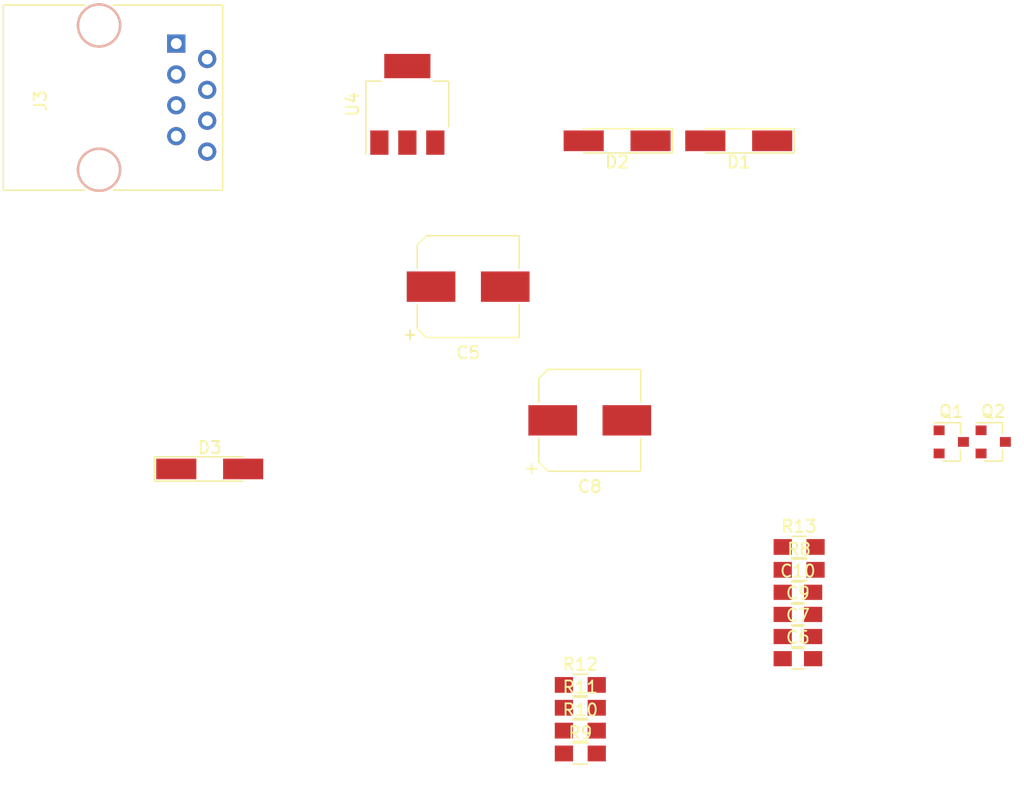
<source format=kicad_pcb>
(kicad_pcb (version 20171130) (host pcbnew "(5.0.0)")

  (general
    (thickness 1.6)
    (drawings 0)
    (tracks 0)
    (zones 0)
    (modules 19)
    (nets 12)
  )

  (page A4)
  (layers
    (0 F.Cu signal)
    (31 B.Cu signal)
    (32 B.Adhes user)
    (33 F.Adhes user)
    (34 B.Paste user)
    (35 F.Paste user)
    (36 B.SilkS user)
    (37 F.SilkS user)
    (38 B.Mask user)
    (39 F.Mask user)
    (40 Dwgs.User user)
    (41 Cmts.User user)
    (42 Eco1.User user)
    (43 Eco2.User user)
    (44 Edge.Cuts user)
    (45 Margin user)
    (46 B.CrtYd user)
    (47 F.CrtYd user)
    (48 B.Fab user)
    (49 F.Fab user)
  )

  (setup
    (last_trace_width 0.25)
    (trace_clearance 0.2)
    (zone_clearance 0.508)
    (zone_45_only no)
    (trace_min 0.2)
    (segment_width 0.2)
    (edge_width 0.15)
    (via_size 0.8)
    (via_drill 0.4)
    (via_min_size 0.4)
    (via_min_drill 0.3)
    (uvia_size 0.3)
    (uvia_drill 0.1)
    (uvias_allowed no)
    (uvia_min_size 0.2)
    (uvia_min_drill 0.1)
    (pcb_text_width 0.3)
    (pcb_text_size 1.5 1.5)
    (mod_edge_width 0.15)
    (mod_text_size 1 1)
    (mod_text_width 0.15)
    (pad_size 1.524 1.524)
    (pad_drill 0.762)
    (pad_to_mask_clearance 0.2)
    (aux_axis_origin 0 0)
    (visible_elements FFFFFF7F)
    (pcbplotparams
      (layerselection 0x010fc_ffffffff)
      (usegerberextensions false)
      (usegerberattributes false)
      (usegerberadvancedattributes false)
      (creategerberjobfile false)
      (excludeedgelayer true)
      (linewidth 0.100000)
      (plotframeref false)
      (viasonmask false)
      (mode 1)
      (useauxorigin false)
      (hpglpennumber 1)
      (hpglpenspeed 20)
      (hpglpendiameter 15.000000)
      (psnegative false)
      (psa4output false)
      (plotreference true)
      (plotvalue true)
      (plotinvisibletext false)
      (padsonsilk false)
      (subtractmaskfromsilk false)
      (outputformat 1)
      (mirror false)
      (drillshape 1)
      (scaleselection 1)
      (outputdirectory ""))
  )

  (net 0 "")
  (net 1 /12VDC)
  (net 2 /GND)
  (net 3 "/UART konverteris/5VDC")
  (net 4 "Net-(C10-Pad1)")
  (net 5 "Net-(D1-Pad1)")
  (net 6 "Net-(D1-Pad2)")
  (net 7 "Net-(D3-Pad2)")
  (net 8 "Net-(D3-Pad1)")
  (net 9 /DATA)
  (net 10 "Net-(Q1-Pad1)")
  (net 11 "Net-(Q2-Pad1)")

  (net_class Default "This is the default net class."
    (clearance 0.2)
    (trace_width 0.25)
    (via_dia 0.8)
    (via_drill 0.4)
    (uvia_dia 0.3)
    (uvia_drill 0.1)
    (add_net /12VDC)
    (add_net /DATA)
    (add_net /GND)
    (add_net "/UART konverteris/5VDC")
    (add_net "Net-(C10-Pad1)")
    (add_net "Net-(D1-Pad1)")
    (add_net "Net-(D1-Pad2)")
    (add_net "Net-(D3-Pad1)")
    (add_net "Net-(D3-Pad2)")
    (add_net "Net-(Q1-Pad1)")
    (add_net "Net-(Q2-Pad1)")
  )

  (module Capacitors_SMD:CP_Elec_8x10 (layer F.Cu) (tedit 58AA9153) (tstamp 5BF2C88F)
    (at 78 59)
    (descr "SMT capacitor, aluminium electrolytic, 8x10")
    (path /5BF96868/5BFFFB6B)
    (attr smd)
    (fp_text reference C8 (at 0 5.45) (layer F.SilkS)
      (effects (font (size 1 1) (thickness 0.15)))
    )
    (fp_text value 100,0x16V (at 0 -5.45) (layer F.Fab)
      (effects (font (size 1 1) (thickness 0.15)))
    )
    (fp_circle (center 0 0) (end -0.6 3.9) (layer F.Fab) (width 0.1))
    (fp_text user + (at -2.31 -0.08) (layer F.Fab)
      (effects (font (size 1 1) (thickness 0.15)))
    )
    (fp_text user + (at -4.78 3.9) (layer F.SilkS)
      (effects (font (size 1 1) (thickness 0.15)))
    )
    (fp_text user %R (at 0 5.45) (layer F.Fab)
      (effects (font (size 1 1) (thickness 0.15)))
    )
    (fp_line (start 4.04 4.04) (end 4.04 -4.04) (layer F.Fab) (width 0.1))
    (fp_line (start -3.37 4.04) (end 4.04 4.04) (layer F.Fab) (width 0.1))
    (fp_line (start -4.04 3.37) (end -3.37 4.04) (layer F.Fab) (width 0.1))
    (fp_line (start -4.04 -3.37) (end -4.04 3.37) (layer F.Fab) (width 0.1))
    (fp_line (start -3.37 -4.04) (end -4.04 -3.37) (layer F.Fab) (width 0.1))
    (fp_line (start 4.04 -4.04) (end -3.37 -4.04) (layer F.Fab) (width 0.1))
    (fp_line (start 4.19 4.19) (end 4.19 1.51) (layer F.SilkS) (width 0.12))
    (fp_line (start 4.19 -4.19) (end 4.19 -1.51) (layer F.SilkS) (width 0.12))
    (fp_line (start -4.19 -3.43) (end -4.19 -1.51) (layer F.SilkS) (width 0.12))
    (fp_line (start -4.19 3.43) (end -4.19 1.51) (layer F.SilkS) (width 0.12))
    (fp_line (start 4.19 4.19) (end -3.43 4.19) (layer F.SilkS) (width 0.12))
    (fp_line (start -3.43 4.19) (end -4.19 3.43) (layer F.SilkS) (width 0.12))
    (fp_line (start -4.19 -3.43) (end -3.43 -4.19) (layer F.SilkS) (width 0.12))
    (fp_line (start -3.43 -4.19) (end 4.19 -4.19) (layer F.SilkS) (width 0.12))
    (fp_line (start -5.3 -4.29) (end 5.3 -4.29) (layer F.CrtYd) (width 0.05))
    (fp_line (start -5.3 -4.29) (end -5.3 4.29) (layer F.CrtYd) (width 0.05))
    (fp_line (start 5.3 4.29) (end 5.3 -4.29) (layer F.CrtYd) (width 0.05))
    (fp_line (start 5.3 4.29) (end -5.3 4.29) (layer F.CrtYd) (width 0.05))
    (pad 1 smd rect (at -3.05 0 180) (size 4 2.5) (layers F.Cu F.Paste F.Mask)
      (net 3 "/UART konverteris/5VDC"))
    (pad 2 smd rect (at 3.05 0 180) (size 4 2.5) (layers F.Cu F.Paste F.Mask)
      (net 2 /GND))
    (model Capacitors_SMD.3dshapes/CP_Elec_8x10.wrl
      (at (xyz 0 0 0))
      (scale (xyz 1 1 1))
      (rotate (xyz 0 0 180))
    )
  )

  (module Capacitors_SMD:CP_Elec_8x10 (layer F.Cu) (tedit 58AA9153) (tstamp 5BF2C851)
    (at 68 48)
    (descr "SMT capacitor, aluminium electrolytic, 8x10")
    (path /5BF96868/5C08A5FF)
    (attr smd)
    (fp_text reference C5 (at 0 5.45) (layer F.SilkS)
      (effects (font (size 1 1) (thickness 0.15)))
    )
    (fp_text value 100,0x16V (at 0 -5.45) (layer F.Fab)
      (effects (font (size 1 1) (thickness 0.15)))
    )
    (fp_circle (center 0 0) (end -0.6 3.9) (layer F.Fab) (width 0.1))
    (fp_text user + (at -2.31 -0.08) (layer F.Fab)
      (effects (font (size 1 1) (thickness 0.15)))
    )
    (fp_text user + (at -4.78 3.9) (layer F.SilkS)
      (effects (font (size 1 1) (thickness 0.15)))
    )
    (fp_text user %R (at 0 5.45) (layer F.Fab)
      (effects (font (size 1 1) (thickness 0.15)))
    )
    (fp_line (start 4.04 4.04) (end 4.04 -4.04) (layer F.Fab) (width 0.1))
    (fp_line (start -3.37 4.04) (end 4.04 4.04) (layer F.Fab) (width 0.1))
    (fp_line (start -4.04 3.37) (end -3.37 4.04) (layer F.Fab) (width 0.1))
    (fp_line (start -4.04 -3.37) (end -4.04 3.37) (layer F.Fab) (width 0.1))
    (fp_line (start -3.37 -4.04) (end -4.04 -3.37) (layer F.Fab) (width 0.1))
    (fp_line (start 4.04 -4.04) (end -3.37 -4.04) (layer F.Fab) (width 0.1))
    (fp_line (start 4.19 4.19) (end 4.19 1.51) (layer F.SilkS) (width 0.12))
    (fp_line (start 4.19 -4.19) (end 4.19 -1.51) (layer F.SilkS) (width 0.12))
    (fp_line (start -4.19 -3.43) (end -4.19 -1.51) (layer F.SilkS) (width 0.12))
    (fp_line (start -4.19 3.43) (end -4.19 1.51) (layer F.SilkS) (width 0.12))
    (fp_line (start 4.19 4.19) (end -3.43 4.19) (layer F.SilkS) (width 0.12))
    (fp_line (start -3.43 4.19) (end -4.19 3.43) (layer F.SilkS) (width 0.12))
    (fp_line (start -4.19 -3.43) (end -3.43 -4.19) (layer F.SilkS) (width 0.12))
    (fp_line (start -3.43 -4.19) (end 4.19 -4.19) (layer F.SilkS) (width 0.12))
    (fp_line (start -5.3 -4.29) (end 5.3 -4.29) (layer F.CrtYd) (width 0.05))
    (fp_line (start -5.3 -4.29) (end -5.3 4.29) (layer F.CrtYd) (width 0.05))
    (fp_line (start 5.3 4.29) (end 5.3 -4.29) (layer F.CrtYd) (width 0.05))
    (fp_line (start 5.3 4.29) (end -5.3 4.29) (layer F.CrtYd) (width 0.05))
    (pad 1 smd rect (at -3.05 0 180) (size 4 2.5) (layers F.Cu F.Paste F.Mask)
      (net 1 /12VDC))
    (pad 2 smd rect (at 3.05 0 180) (size 4 2.5) (layers F.Cu F.Paste F.Mask)
      (net 2 /GND))
    (model Capacitors_SMD.3dshapes/CP_Elec_8x10.wrl
      (at (xyz 0 0 0))
      (scale (xyz 1 1 1))
      (rotate (xyz 0 0 180))
    )
  )

  (module TO_SOT_Packages_SMD:SOT-223-3_TabPin2 (layer F.Cu) (tedit 58CE4E7E) (tstamp 5BF2C9A2)
    (at 63 33 90)
    (descr "module CMS SOT223 4 pins")
    (tags "CMS SOT")
    (path /5BF96868/5BFA46FD)
    (attr smd)
    (fp_text reference U4 (at 0 -4.5 90) (layer F.SilkS)
      (effects (font (size 1 1) (thickness 0.15)))
    )
    (fp_text value LM340-5.0-SMD (at 0 4.5 90) (layer F.Fab)
      (effects (font (size 1 1) (thickness 0.15)))
    )
    (fp_text user %R (at 0 0 180) (layer F.Fab)
      (effects (font (size 0.8 0.8) (thickness 0.12)))
    )
    (fp_line (start 1.91 3.41) (end 1.91 2.15) (layer F.SilkS) (width 0.12))
    (fp_line (start 1.91 -3.41) (end 1.91 -2.15) (layer F.SilkS) (width 0.12))
    (fp_line (start 4.4 -3.6) (end -4.4 -3.6) (layer F.CrtYd) (width 0.05))
    (fp_line (start 4.4 3.6) (end 4.4 -3.6) (layer F.CrtYd) (width 0.05))
    (fp_line (start -4.4 3.6) (end 4.4 3.6) (layer F.CrtYd) (width 0.05))
    (fp_line (start -4.4 -3.6) (end -4.4 3.6) (layer F.CrtYd) (width 0.05))
    (fp_line (start -1.85 -2.35) (end -0.85 -3.35) (layer F.Fab) (width 0.1))
    (fp_line (start -1.85 -2.35) (end -1.85 3.35) (layer F.Fab) (width 0.1))
    (fp_line (start -1.85 3.41) (end 1.91 3.41) (layer F.SilkS) (width 0.12))
    (fp_line (start -0.85 -3.35) (end 1.85 -3.35) (layer F.Fab) (width 0.1))
    (fp_line (start -4.1 -3.41) (end 1.91 -3.41) (layer F.SilkS) (width 0.12))
    (fp_line (start -1.85 3.35) (end 1.85 3.35) (layer F.Fab) (width 0.1))
    (fp_line (start 1.85 -3.35) (end 1.85 3.35) (layer F.Fab) (width 0.1))
    (pad 2 smd rect (at 3.15 0 90) (size 2 3.8) (layers F.Cu F.Paste F.Mask)
      (net 2 /GND))
    (pad 2 smd rect (at -3.15 0 90) (size 2 1.5) (layers F.Cu F.Paste F.Mask)
      (net 2 /GND))
    (pad 3 smd rect (at -3.15 2.3 90) (size 2 1.5) (layers F.Cu F.Paste F.Mask)
      (net 3 "/UART konverteris/5VDC"))
    (pad 1 smd rect (at -3.15 -2.3 90) (size 2 1.5) (layers F.Cu F.Paste F.Mask)
      (net 1 /12VDC))
    (model ${KISYS3DMOD}/TO_SOT_Packages_SMD.3dshapes/SOT-223.wrl
      (at (xyz 0 0 0))
      (scale (xyz 1 1 1))
      (rotate (xyz 0 0 0))
    )
  )

  (module Capacitors_SMD:C_0805_HandSoldering (layer F.Cu) (tedit 58AA84A8) (tstamp 5BF2C862)
    (at 95.115001 78.610001)
    (descr "Capacitor SMD 0805, hand soldering")
    (tags "capacitor 0805")
    (path /5BF96868/5BFB3F4E)
    (attr smd)
    (fp_text reference C6 (at 0 -1.75) (layer F.SilkS)
      (effects (font (size 1 1) (thickness 0.15)))
    )
    (fp_text value 100nF (at 0 1.75) (layer F.Fab)
      (effects (font (size 1 1) (thickness 0.15)))
    )
    (fp_text user %R (at 0 -1.75) (layer F.Fab)
      (effects (font (size 1 1) (thickness 0.15)))
    )
    (fp_line (start -1 0.62) (end -1 -0.62) (layer F.Fab) (width 0.1))
    (fp_line (start 1 0.62) (end -1 0.62) (layer F.Fab) (width 0.1))
    (fp_line (start 1 -0.62) (end 1 0.62) (layer F.Fab) (width 0.1))
    (fp_line (start -1 -0.62) (end 1 -0.62) (layer F.Fab) (width 0.1))
    (fp_line (start 0.5 -0.85) (end -0.5 -0.85) (layer F.SilkS) (width 0.12))
    (fp_line (start -0.5 0.85) (end 0.5 0.85) (layer F.SilkS) (width 0.12))
    (fp_line (start -2.25 -0.88) (end 2.25 -0.88) (layer F.CrtYd) (width 0.05))
    (fp_line (start -2.25 -0.88) (end -2.25 0.87) (layer F.CrtYd) (width 0.05))
    (fp_line (start 2.25 0.87) (end 2.25 -0.88) (layer F.CrtYd) (width 0.05))
    (fp_line (start 2.25 0.87) (end -2.25 0.87) (layer F.CrtYd) (width 0.05))
    (pad 1 smd rect (at -1.25 0) (size 1.5 1.25) (layers F.Cu F.Paste F.Mask)
      (net 1 /12VDC))
    (pad 2 smd rect (at 1.25 0) (size 1.5 1.25) (layers F.Cu F.Paste F.Mask)
      (net 2 /GND))
    (model Capacitors_SMD.3dshapes/C_0805.wrl
      (at (xyz 0 0 0))
      (scale (xyz 1 1 1))
      (rotate (xyz 0 0 0))
    )
  )

  (module Capacitors_SMD:C_0805_HandSoldering (layer F.Cu) (tedit 58AA84A8) (tstamp 5BF2C873)
    (at 95.115001 76.790001)
    (descr "Capacitor SMD 0805, hand soldering")
    (tags "capacitor 0805")
    (path /5BF96868/5BFB2560)
    (attr smd)
    (fp_text reference C7 (at 0 -1.75) (layer F.SilkS)
      (effects (font (size 1 1) (thickness 0.15)))
    )
    (fp_text value 100nF (at 0 1.75) (layer F.Fab)
      (effects (font (size 1 1) (thickness 0.15)))
    )
    (fp_line (start 2.25 0.87) (end -2.25 0.87) (layer F.CrtYd) (width 0.05))
    (fp_line (start 2.25 0.87) (end 2.25 -0.88) (layer F.CrtYd) (width 0.05))
    (fp_line (start -2.25 -0.88) (end -2.25 0.87) (layer F.CrtYd) (width 0.05))
    (fp_line (start -2.25 -0.88) (end 2.25 -0.88) (layer F.CrtYd) (width 0.05))
    (fp_line (start -0.5 0.85) (end 0.5 0.85) (layer F.SilkS) (width 0.12))
    (fp_line (start 0.5 -0.85) (end -0.5 -0.85) (layer F.SilkS) (width 0.12))
    (fp_line (start -1 -0.62) (end 1 -0.62) (layer F.Fab) (width 0.1))
    (fp_line (start 1 -0.62) (end 1 0.62) (layer F.Fab) (width 0.1))
    (fp_line (start 1 0.62) (end -1 0.62) (layer F.Fab) (width 0.1))
    (fp_line (start -1 0.62) (end -1 -0.62) (layer F.Fab) (width 0.1))
    (fp_text user %R (at 0 -1.75) (layer F.Fab)
      (effects (font (size 1 1) (thickness 0.15)))
    )
    (pad 2 smd rect (at 1.25 0) (size 1.5 1.25) (layers F.Cu F.Paste F.Mask)
      (net 2 /GND))
    (pad 1 smd rect (at -1.25 0) (size 1.5 1.25) (layers F.Cu F.Paste F.Mask)
      (net 3 "/UART konverteris/5VDC"))
    (model Capacitors_SMD.3dshapes/C_0805.wrl
      (at (xyz 0 0 0))
      (scale (xyz 1 1 1))
      (rotate (xyz 0 0 0))
    )
  )

  (module Capacitors_SMD:C_0805_HandSoldering (layer F.Cu) (tedit 58AA84A8) (tstamp 5BF2C8A0)
    (at 95.115001 74.970001)
    (descr "Capacitor SMD 0805, hand soldering")
    (tags "capacitor 0805")
    (path /5BF96868/5BF96A6B)
    (attr smd)
    (fp_text reference C9 (at 0 -1.75) (layer F.SilkS)
      (effects (font (size 1 1) (thickness 0.15)))
    )
    (fp_text value 100nF (at 0 1.75) (layer F.Fab)
      (effects (font (size 1 1) (thickness 0.15)))
    )
    (fp_line (start 2.25 0.87) (end -2.25 0.87) (layer F.CrtYd) (width 0.05))
    (fp_line (start 2.25 0.87) (end 2.25 -0.88) (layer F.CrtYd) (width 0.05))
    (fp_line (start -2.25 -0.88) (end -2.25 0.87) (layer F.CrtYd) (width 0.05))
    (fp_line (start -2.25 -0.88) (end 2.25 -0.88) (layer F.CrtYd) (width 0.05))
    (fp_line (start -0.5 0.85) (end 0.5 0.85) (layer F.SilkS) (width 0.12))
    (fp_line (start 0.5 -0.85) (end -0.5 -0.85) (layer F.SilkS) (width 0.12))
    (fp_line (start -1 -0.62) (end 1 -0.62) (layer F.Fab) (width 0.1))
    (fp_line (start 1 -0.62) (end 1 0.62) (layer F.Fab) (width 0.1))
    (fp_line (start 1 0.62) (end -1 0.62) (layer F.Fab) (width 0.1))
    (fp_line (start -1 0.62) (end -1 -0.62) (layer F.Fab) (width 0.1))
    (fp_text user %R (at 0 -1.75) (layer F.Fab)
      (effects (font (size 1 1) (thickness 0.15)))
    )
    (pad 2 smd rect (at 1.25 0) (size 1.5 1.25) (layers F.Cu F.Paste F.Mask)
      (net 2 /GND))
    (pad 1 smd rect (at -1.25 0) (size 1.5 1.25) (layers F.Cu F.Paste F.Mask)
      (net 1 /12VDC))
    (model Capacitors_SMD.3dshapes/C_0805.wrl
      (at (xyz 0 0 0))
      (scale (xyz 1 1 1))
      (rotate (xyz 0 0 0))
    )
  )

  (module Capacitors_SMD:C_0805_HandSoldering (layer F.Cu) (tedit 58AA84A8) (tstamp 5BF2C8B1)
    (at 95.115001 73.150001)
    (descr "Capacitor SMD 0805, hand soldering")
    (tags "capacitor 0805")
    (path /5BF96868/5BF96A64)
    (attr smd)
    (fp_text reference C10 (at 0 -1.75) (layer F.SilkS)
      (effects (font (size 1 1) (thickness 0.15)))
    )
    (fp_text value 1nF (at 0 1.75) (layer F.Fab)
      (effects (font (size 1 1) (thickness 0.15)))
    )
    (fp_text user %R (at 0 -1.75) (layer F.Fab)
      (effects (font (size 1 1) (thickness 0.15)))
    )
    (fp_line (start -1 0.62) (end -1 -0.62) (layer F.Fab) (width 0.1))
    (fp_line (start 1 0.62) (end -1 0.62) (layer F.Fab) (width 0.1))
    (fp_line (start 1 -0.62) (end 1 0.62) (layer F.Fab) (width 0.1))
    (fp_line (start -1 -0.62) (end 1 -0.62) (layer F.Fab) (width 0.1))
    (fp_line (start 0.5 -0.85) (end -0.5 -0.85) (layer F.SilkS) (width 0.12))
    (fp_line (start -0.5 0.85) (end 0.5 0.85) (layer F.SilkS) (width 0.12))
    (fp_line (start -2.25 -0.88) (end 2.25 -0.88) (layer F.CrtYd) (width 0.05))
    (fp_line (start -2.25 -0.88) (end -2.25 0.87) (layer F.CrtYd) (width 0.05))
    (fp_line (start 2.25 0.87) (end 2.25 -0.88) (layer F.CrtYd) (width 0.05))
    (fp_line (start 2.25 0.87) (end -2.25 0.87) (layer F.CrtYd) (width 0.05))
    (pad 1 smd rect (at -1.25 0) (size 1.5 1.25) (layers F.Cu F.Paste F.Mask)
      (net 4 "Net-(C10-Pad1)"))
    (pad 2 smd rect (at 1.25 0) (size 1.5 1.25) (layers F.Cu F.Paste F.Mask)
      (net 2 /GND))
    (model Capacitors_SMD.3dshapes/C_0805.wrl
      (at (xyz 0 0 0))
      (scale (xyz 1 1 1))
      (rotate (xyz 0 0 0))
    )
  )

  (module Diodes_SMD:D_MiniMELF_Handsoldering (layer F.Cu) (tedit 5905D919) (tstamp 5BF2C8CA)
    (at 90.25 36 180)
    (descr "Diode Mini-MELF Handsoldering")
    (tags "Diode Mini-MELF Handsoldering")
    (path /5BF96868/5C0049AE)
    (attr smd)
    (fp_text reference D1 (at 0 -1.75 180) (layer F.SilkS)
      (effects (font (size 1 1) (thickness 0.15)))
    )
    (fp_text value BAS85 (at 0 1.75 180) (layer F.Fab)
      (effects (font (size 1 1) (thickness 0.15)))
    )
    (fp_text user %R (at 0 -1.75 180) (layer F.Fab)
      (effects (font (size 1 1) (thickness 0.15)))
    )
    (fp_line (start 2.75 -1) (end -4.55 -1) (layer F.SilkS) (width 0.12))
    (fp_line (start -4.55 -1) (end -4.55 1) (layer F.SilkS) (width 0.12))
    (fp_line (start -4.55 1) (end 2.75 1) (layer F.SilkS) (width 0.12))
    (fp_line (start 1.65 -0.8) (end 1.65 0.8) (layer F.Fab) (width 0.1))
    (fp_line (start 1.65 0.8) (end -1.65 0.8) (layer F.Fab) (width 0.1))
    (fp_line (start -1.65 0.8) (end -1.65 -0.8) (layer F.Fab) (width 0.1))
    (fp_line (start -1.65 -0.8) (end 1.65 -0.8) (layer F.Fab) (width 0.1))
    (fp_line (start 0.25 0) (end 0.75 0) (layer F.Fab) (width 0.1))
    (fp_line (start 0.25 0.4) (end -0.35 0) (layer F.Fab) (width 0.1))
    (fp_line (start 0.25 -0.4) (end 0.25 0.4) (layer F.Fab) (width 0.1))
    (fp_line (start -0.35 0) (end 0.25 -0.4) (layer F.Fab) (width 0.1))
    (fp_line (start -0.35 0) (end -0.35 0.55) (layer F.Fab) (width 0.1))
    (fp_line (start -0.35 0) (end -0.35 -0.55) (layer F.Fab) (width 0.1))
    (fp_line (start -0.75 0) (end -0.35 0) (layer F.Fab) (width 0.1))
    (fp_line (start -4.65 -1.1) (end 4.65 -1.1) (layer F.CrtYd) (width 0.05))
    (fp_line (start 4.65 -1.1) (end 4.65 1.1) (layer F.CrtYd) (width 0.05))
    (fp_line (start 4.65 1.1) (end -4.65 1.1) (layer F.CrtYd) (width 0.05))
    (fp_line (start -4.65 1.1) (end -4.65 -1.1) (layer F.CrtYd) (width 0.05))
    (pad 1 smd rect (at -2.75 0 180) (size 3.3 1.7) (layers F.Cu F.Paste F.Mask)
      (net 5 "Net-(D1-Pad1)"))
    (pad 2 smd rect (at 2.75 0 180) (size 3.3 1.7) (layers F.Cu F.Paste F.Mask)
      (net 6 "Net-(D1-Pad2)"))
    (model ${KISYS3DMOD}/Diodes_SMD.3dshapes/D_MiniMELF.wrl
      (at (xyz 0 0 0))
      (scale (xyz 1 1 1))
      (rotate (xyz 0 0 0))
    )
  )

  (module Diodes_SMD:D_MiniMELF_Handsoldering (layer F.Cu) (tedit 5905D919) (tstamp 5BF2C8E3)
    (at 80.25 36 180)
    (descr "Diode Mini-MELF Handsoldering")
    (tags "Diode Mini-MELF Handsoldering")
    (path /5BF96868/5C0049F8)
    (attr smd)
    (fp_text reference D2 (at 0 -1.75 180) (layer F.SilkS)
      (effects (font (size 1 1) (thickness 0.15)))
    )
    (fp_text value BAS85 (at 0 1.75 180) (layer F.Fab)
      (effects (font (size 1 1) (thickness 0.15)))
    )
    (fp_line (start -4.65 1.1) (end -4.65 -1.1) (layer F.CrtYd) (width 0.05))
    (fp_line (start 4.65 1.1) (end -4.65 1.1) (layer F.CrtYd) (width 0.05))
    (fp_line (start 4.65 -1.1) (end 4.65 1.1) (layer F.CrtYd) (width 0.05))
    (fp_line (start -4.65 -1.1) (end 4.65 -1.1) (layer F.CrtYd) (width 0.05))
    (fp_line (start -0.75 0) (end -0.35 0) (layer F.Fab) (width 0.1))
    (fp_line (start -0.35 0) (end -0.35 -0.55) (layer F.Fab) (width 0.1))
    (fp_line (start -0.35 0) (end -0.35 0.55) (layer F.Fab) (width 0.1))
    (fp_line (start -0.35 0) (end 0.25 -0.4) (layer F.Fab) (width 0.1))
    (fp_line (start 0.25 -0.4) (end 0.25 0.4) (layer F.Fab) (width 0.1))
    (fp_line (start 0.25 0.4) (end -0.35 0) (layer F.Fab) (width 0.1))
    (fp_line (start 0.25 0) (end 0.75 0) (layer F.Fab) (width 0.1))
    (fp_line (start -1.65 -0.8) (end 1.65 -0.8) (layer F.Fab) (width 0.1))
    (fp_line (start -1.65 0.8) (end -1.65 -0.8) (layer F.Fab) (width 0.1))
    (fp_line (start 1.65 0.8) (end -1.65 0.8) (layer F.Fab) (width 0.1))
    (fp_line (start 1.65 -0.8) (end 1.65 0.8) (layer F.Fab) (width 0.1))
    (fp_line (start -4.55 1) (end 2.75 1) (layer F.SilkS) (width 0.12))
    (fp_line (start -4.55 -1) (end -4.55 1) (layer F.SilkS) (width 0.12))
    (fp_line (start 2.75 -1) (end -4.55 -1) (layer F.SilkS) (width 0.12))
    (fp_text user %R (at 0 -1.75 180) (layer F.Fab)
      (effects (font (size 1 1) (thickness 0.15)))
    )
    (pad 2 smd rect (at 2.75 0 180) (size 3.3 1.7) (layers F.Cu F.Paste F.Mask)
      (net 3 "/UART konverteris/5VDC"))
    (pad 1 smd rect (at -2.75 0 180) (size 3.3 1.7) (layers F.Cu F.Paste F.Mask)
      (net 6 "Net-(D1-Pad2)"))
    (model ${KISYS3DMOD}/Diodes_SMD.3dshapes/D_MiniMELF.wrl
      (at (xyz 0 0 0))
      (scale (xyz 1 1 1))
      (rotate (xyz 0 0 0))
    )
  )

  (module Diodes_SMD:D_MiniMELF_Handsoldering (layer F.Cu) (tedit 5905D919) (tstamp 5BF2C8FC)
    (at 46.75 63)
    (descr "Diode Mini-MELF Handsoldering")
    (tags "Diode Mini-MELF Handsoldering")
    (path /5BF96868/5BF96A09)
    (attr smd)
    (fp_text reference D3 (at 0 -1.75) (layer F.SilkS)
      (effects (font (size 1 1) (thickness 0.15)))
    )
    (fp_text value BAS85 (at 0 1.75) (layer F.Fab)
      (effects (font (size 1 1) (thickness 0.15)))
    )
    (fp_line (start -4.65 1.1) (end -4.65 -1.1) (layer F.CrtYd) (width 0.05))
    (fp_line (start 4.65 1.1) (end -4.65 1.1) (layer F.CrtYd) (width 0.05))
    (fp_line (start 4.65 -1.1) (end 4.65 1.1) (layer F.CrtYd) (width 0.05))
    (fp_line (start -4.65 -1.1) (end 4.65 -1.1) (layer F.CrtYd) (width 0.05))
    (fp_line (start -0.75 0) (end -0.35 0) (layer F.Fab) (width 0.1))
    (fp_line (start -0.35 0) (end -0.35 -0.55) (layer F.Fab) (width 0.1))
    (fp_line (start -0.35 0) (end -0.35 0.55) (layer F.Fab) (width 0.1))
    (fp_line (start -0.35 0) (end 0.25 -0.4) (layer F.Fab) (width 0.1))
    (fp_line (start 0.25 -0.4) (end 0.25 0.4) (layer F.Fab) (width 0.1))
    (fp_line (start 0.25 0.4) (end -0.35 0) (layer F.Fab) (width 0.1))
    (fp_line (start 0.25 0) (end 0.75 0) (layer F.Fab) (width 0.1))
    (fp_line (start -1.65 -0.8) (end 1.65 -0.8) (layer F.Fab) (width 0.1))
    (fp_line (start -1.65 0.8) (end -1.65 -0.8) (layer F.Fab) (width 0.1))
    (fp_line (start 1.65 0.8) (end -1.65 0.8) (layer F.Fab) (width 0.1))
    (fp_line (start 1.65 -0.8) (end 1.65 0.8) (layer F.Fab) (width 0.1))
    (fp_line (start -4.55 1) (end 2.75 1) (layer F.SilkS) (width 0.12))
    (fp_line (start -4.55 -1) (end -4.55 1) (layer F.SilkS) (width 0.12))
    (fp_line (start 2.75 -1) (end -4.55 -1) (layer F.SilkS) (width 0.12))
    (fp_text user %R (at 0 -1.75) (layer F.Fab)
      (effects (font (size 1 1) (thickness 0.15)))
    )
    (pad 2 smd rect (at 2.75 0) (size 3.3 1.7) (layers F.Cu F.Paste F.Mask)
      (net 7 "Net-(D3-Pad2)"))
    (pad 1 smd rect (at -2.75 0) (size 3.3 1.7) (layers F.Cu F.Paste F.Mask)
      (net 8 "Net-(D3-Pad1)"))
    (model ${KISYS3DMOD}/Diodes_SMD.3dshapes/D_MiniMELF.wrl
      (at (xyz 0 0 0))
      (scale (xyz 1 1 1))
      (rotate (xyz 0 0 0))
    )
  )

  (module Connectors:RJ45_8 (layer F.Cu) (tedit 0) (tstamp 5BF2CCA1)
    (at 44 28 270)
    (tags RJ45)
    (path /5C048F23)
    (fp_text reference J3 (at 4.7 11.18 270) (layer F.SilkS)
      (effects (font (size 1 1) (thickness 0.15)))
    )
    (fp_text value RJ45_Shielded (at 4.59 6.25 270) (layer F.Fab)
      (effects (font (size 1 1) (thickness 0.15)))
    )
    (fp_line (start 12.46 14.47) (end -3.56 14.47) (layer F.CrtYd) (width 0.05))
    (fp_line (start 12.46 14.47) (end 12.46 -4.06) (layer F.CrtYd) (width 0.05))
    (fp_line (start -3.56 -4.06) (end -3.56 14.47) (layer F.CrtYd) (width 0.05))
    (fp_line (start -3.56 -4.06) (end 12.46 -4.06) (layer F.CrtYd) (width 0.05))
    (fp_line (start -3.17 7.51) (end -3.17 14.22) (layer F.SilkS) (width 0.12))
    (fp_line (start 12.06 7.52) (end 12.07 14.22) (layer F.SilkS) (width 0.12))
    (fp_line (start -3.17 -3.81) (end -3.17 5.19) (layer F.SilkS) (width 0.12))
    (fp_line (start 12.07 -3.81) (end -3.17 -3.81) (layer F.SilkS) (width 0.12))
    (fp_line (start 12.07 -3.81) (end 12.06 5.18) (layer F.SilkS) (width 0.12))
    (fp_line (start -3.17 14.22) (end 12.07 14.22) (layer F.SilkS) (width 0.12))
    (pad 8 thru_hole circle (at 8.89 -2.54 270) (size 1.5 1.5) (drill 0.9) (layers *.Cu *.Mask)
      (net 1 /12VDC))
    (pad 7 thru_hole circle (at 7.62 0 270) (size 1.5 1.5) (drill 0.9) (layers *.Cu *.Mask)
      (net 1 /12VDC))
    (pad 6 thru_hole circle (at 6.35 -2.54 270) (size 1.5 1.5) (drill 0.9) (layers *.Cu *.Mask))
    (pad 5 thru_hole circle (at 5.08 0 270) (size 1.5 1.5) (drill 0.9) (layers *.Cu *.Mask)
      (net 9 /DATA))
    (pad 4 thru_hole circle (at 3.81 -2.54 270) (size 1.5 1.5) (drill 0.9) (layers *.Cu *.Mask))
    (pad 3 thru_hole circle (at 2.54 0 270) (size 1.5 1.5) (drill 0.9) (layers *.Cu *.Mask))
    (pad 2 thru_hole circle (at 1.27 -2.54 270) (size 1.5 1.5) (drill 0.9) (layers *.Cu *.Mask)
      (net 2 /GND))
    (pad 1 thru_hole rect (at 0 0 270) (size 1.5 1.5) (drill 0.9) (layers *.Cu *.Mask)
      (net 2 /GND))
    (pad Hole np_thru_hole circle (at -1.49 6.35 270) (size 3.65 3.65) (drill 3.25) (layers *.Cu *.SilkS *.Mask))
    (pad Hole np_thru_hole circle (at 10.38 6.35 270) (size 3.65 3.65) (drill 3.25) (layers *.Cu *.SilkS *.Mask))
    (model ${KISYS3DMOD}/Connectors.3dshapes/RJ45_8.wrl
      (offset (xyz 4.571999931335449 -6.349999904632568 0))
      (scale (xyz 0.4 0.4 0.4))
      (rotate (xyz 0 0 0))
    )
  )

  (module Resistors_SMD:R_0805_HandSoldering (layer F.Cu) (tedit 58E0A804) (tstamp 5BF2C925)
    (at 95.215001 71.300001)
    (descr "Resistor SMD 0805, hand soldering")
    (tags "resistor 0805")
    (path /5BF96868/5BF96A56)
    (attr smd)
    (fp_text reference R8 (at 0 -1.7) (layer F.SilkS)
      (effects (font (size 1 1) (thickness 0.15)))
    )
    (fp_text value 10k (at 0 1.75) (layer F.Fab)
      (effects (font (size 1 1) (thickness 0.15)))
    )
    (fp_text user %R (at 0 0) (layer F.Fab)
      (effects (font (size 0.5 0.5) (thickness 0.075)))
    )
    (fp_line (start -1 0.62) (end -1 -0.62) (layer F.Fab) (width 0.1))
    (fp_line (start 1 0.62) (end -1 0.62) (layer F.Fab) (width 0.1))
    (fp_line (start 1 -0.62) (end 1 0.62) (layer F.Fab) (width 0.1))
    (fp_line (start -1 -0.62) (end 1 -0.62) (layer F.Fab) (width 0.1))
    (fp_line (start 0.6 0.88) (end -0.6 0.88) (layer F.SilkS) (width 0.12))
    (fp_line (start -0.6 -0.88) (end 0.6 -0.88) (layer F.SilkS) (width 0.12))
    (fp_line (start -2.35 -0.9) (end 2.35 -0.9) (layer F.CrtYd) (width 0.05))
    (fp_line (start -2.35 -0.9) (end -2.35 0.9) (layer F.CrtYd) (width 0.05))
    (fp_line (start 2.35 0.9) (end 2.35 -0.9) (layer F.CrtYd) (width 0.05))
    (fp_line (start 2.35 0.9) (end -2.35 0.9) (layer F.CrtYd) (width 0.05))
    (pad 1 smd rect (at -1.35 0) (size 1.5 1.3) (layers F.Cu F.Paste F.Mask)
      (net 4 "Net-(C10-Pad1)"))
    (pad 2 smd rect (at 1.35 0) (size 1.5 1.3) (layers F.Cu F.Paste F.Mask)
      (net 5 "Net-(D1-Pad1)"))
    (model ${KISYS3DMOD}/Resistors_SMD.3dshapes/R_0805.wrl
      (at (xyz 0 0 0))
      (scale (xyz 1 1 1))
      (rotate (xyz 0 0 0))
    )
  )

  (module Resistors_SMD:R_0805_HandSoldering (layer F.Cu) (tedit 58E0A804) (tstamp 5BF2C936)
    (at 77.225001 86.410001)
    (descr "Resistor SMD 0805, hand soldering")
    (tags "resistor 0805")
    (path /5BF96868/5BF96A4F)
    (attr smd)
    (fp_text reference R9 (at 0 -1.7) (layer F.SilkS)
      (effects (font (size 1 1) (thickness 0.15)))
    )
    (fp_text value 1k0 (at 0 1.75) (layer F.Fab)
      (effects (font (size 1 1) (thickness 0.15)))
    )
    (fp_text user %R (at 0 0) (layer F.Fab)
      (effects (font (size 0.5 0.5) (thickness 0.075)))
    )
    (fp_line (start -1 0.62) (end -1 -0.62) (layer F.Fab) (width 0.1))
    (fp_line (start 1 0.62) (end -1 0.62) (layer F.Fab) (width 0.1))
    (fp_line (start 1 -0.62) (end 1 0.62) (layer F.Fab) (width 0.1))
    (fp_line (start -1 -0.62) (end 1 -0.62) (layer F.Fab) (width 0.1))
    (fp_line (start 0.6 0.88) (end -0.6 0.88) (layer F.SilkS) (width 0.12))
    (fp_line (start -0.6 -0.88) (end 0.6 -0.88) (layer F.SilkS) (width 0.12))
    (fp_line (start -2.35 -0.9) (end 2.35 -0.9) (layer F.CrtYd) (width 0.05))
    (fp_line (start -2.35 -0.9) (end -2.35 0.9) (layer F.CrtYd) (width 0.05))
    (fp_line (start 2.35 0.9) (end 2.35 -0.9) (layer F.CrtYd) (width 0.05))
    (fp_line (start 2.35 0.9) (end -2.35 0.9) (layer F.CrtYd) (width 0.05))
    (pad 1 smd rect (at -1.35 0) (size 1.5 1.3) (layers F.Cu F.Paste F.Mask)
      (net 4 "Net-(C10-Pad1)"))
    (pad 2 smd rect (at 1.35 0) (size 1.5 1.3) (layers F.Cu F.Paste F.Mask))
    (model ${KISYS3DMOD}/Resistors_SMD.3dshapes/R_0805.wrl
      (at (xyz 0 0 0))
      (scale (xyz 1 1 1))
      (rotate (xyz 0 0 0))
    )
  )

  (module Resistors_SMD:R_0805_HandSoldering (layer F.Cu) (tedit 58E0A804) (tstamp 5BF2C947)
    (at 77.225001 84.530001)
    (descr "Resistor SMD 0805, hand soldering")
    (tags "resistor 0805")
    (path /5BF96868/5BF96A41)
    (attr smd)
    (fp_text reference R10 (at 0 -1.7) (layer F.SilkS)
      (effects (font (size 1 1) (thickness 0.15)))
    )
    (fp_text value 1k0 (at 0 1.75) (layer F.Fab)
      (effects (font (size 1 1) (thickness 0.15)))
    )
    (fp_text user %R (at 0 0) (layer F.Fab)
      (effects (font (size 0.5 0.5) (thickness 0.075)))
    )
    (fp_line (start -1 0.62) (end -1 -0.62) (layer F.Fab) (width 0.1))
    (fp_line (start 1 0.62) (end -1 0.62) (layer F.Fab) (width 0.1))
    (fp_line (start 1 -0.62) (end 1 0.62) (layer F.Fab) (width 0.1))
    (fp_line (start -1 -0.62) (end 1 -0.62) (layer F.Fab) (width 0.1))
    (fp_line (start 0.6 0.88) (end -0.6 0.88) (layer F.SilkS) (width 0.12))
    (fp_line (start -0.6 -0.88) (end 0.6 -0.88) (layer F.SilkS) (width 0.12))
    (fp_line (start -2.35 -0.9) (end 2.35 -0.9) (layer F.CrtYd) (width 0.05))
    (fp_line (start -2.35 -0.9) (end -2.35 0.9) (layer F.CrtYd) (width 0.05))
    (fp_line (start 2.35 0.9) (end 2.35 -0.9) (layer F.CrtYd) (width 0.05))
    (fp_line (start 2.35 0.9) (end -2.35 0.9) (layer F.CrtYd) (width 0.05))
    (pad 1 smd rect (at -1.35 0) (size 1.5 1.3) (layers F.Cu F.Paste F.Mask)
      (net 10 "Net-(Q1-Pad1)"))
    (pad 2 smd rect (at 1.35 0) (size 1.5 1.3) (layers F.Cu F.Paste F.Mask)
      (net 8 "Net-(D3-Pad1)"))
    (model ${KISYS3DMOD}/Resistors_SMD.3dshapes/R_0805.wrl
      (at (xyz 0 0 0))
      (scale (xyz 1 1 1))
      (rotate (xyz 0 0 0))
    )
  )

  (module Resistors_SMD:R_0805_HandSoldering (layer F.Cu) (tedit 58E0A804) (tstamp 5BF2C958)
    (at 77.225001 82.650001)
    (descr "Resistor SMD 0805, hand soldering")
    (tags "resistor 0805")
    (path /5BF96868/5BF96A48)
    (attr smd)
    (fp_text reference R11 (at 0 -1.7) (layer F.SilkS)
      (effects (font (size 1 1) (thickness 0.15)))
    )
    (fp_text value 10k (at 0 1.75) (layer F.Fab)
      (effects (font (size 1 1) (thickness 0.15)))
    )
    (fp_line (start 2.35 0.9) (end -2.35 0.9) (layer F.CrtYd) (width 0.05))
    (fp_line (start 2.35 0.9) (end 2.35 -0.9) (layer F.CrtYd) (width 0.05))
    (fp_line (start -2.35 -0.9) (end -2.35 0.9) (layer F.CrtYd) (width 0.05))
    (fp_line (start -2.35 -0.9) (end 2.35 -0.9) (layer F.CrtYd) (width 0.05))
    (fp_line (start -0.6 -0.88) (end 0.6 -0.88) (layer F.SilkS) (width 0.12))
    (fp_line (start 0.6 0.88) (end -0.6 0.88) (layer F.SilkS) (width 0.12))
    (fp_line (start -1 -0.62) (end 1 -0.62) (layer F.Fab) (width 0.1))
    (fp_line (start 1 -0.62) (end 1 0.62) (layer F.Fab) (width 0.1))
    (fp_line (start 1 0.62) (end -1 0.62) (layer F.Fab) (width 0.1))
    (fp_line (start -1 0.62) (end -1 -0.62) (layer F.Fab) (width 0.1))
    (fp_text user %R (at 0 0) (layer F.Fab)
      (effects (font (size 0.5 0.5) (thickness 0.075)))
    )
    (pad 2 smd rect (at 1.35 0) (size 1.5 1.3) (layers F.Cu F.Paste F.Mask)
      (net 1 /12VDC))
    (pad 1 smd rect (at -1.35 0) (size 1.5 1.3) (layers F.Cu F.Paste F.Mask)
      (net 7 "Net-(D3-Pad2)"))
    (model ${KISYS3DMOD}/Resistors_SMD.3dshapes/R_0805.wrl
      (at (xyz 0 0 0))
      (scale (xyz 1 1 1))
      (rotate (xyz 0 0 0))
    )
  )

  (module Resistors_SMD:R_0805_HandSoldering (layer F.Cu) (tedit 58E0A804) (tstamp 5BF2C969)
    (at 77.225001 80.770001)
    (descr "Resistor SMD 0805, hand soldering")
    (tags "resistor 0805")
    (path /5BF96868/5BF96A3A)
    (attr smd)
    (fp_text reference R12 (at 0 -1.7) (layer F.SilkS)
      (effects (font (size 1 1) (thickness 0.15)))
    )
    (fp_text value 100 (at 0 1.75) (layer F.Fab)
      (effects (font (size 1 1) (thickness 0.15)))
    )
    (fp_line (start 2.35 0.9) (end -2.35 0.9) (layer F.CrtYd) (width 0.05))
    (fp_line (start 2.35 0.9) (end 2.35 -0.9) (layer F.CrtYd) (width 0.05))
    (fp_line (start -2.35 -0.9) (end -2.35 0.9) (layer F.CrtYd) (width 0.05))
    (fp_line (start -2.35 -0.9) (end 2.35 -0.9) (layer F.CrtYd) (width 0.05))
    (fp_line (start -0.6 -0.88) (end 0.6 -0.88) (layer F.SilkS) (width 0.12))
    (fp_line (start 0.6 0.88) (end -0.6 0.88) (layer F.SilkS) (width 0.12))
    (fp_line (start -1 -0.62) (end 1 -0.62) (layer F.Fab) (width 0.1))
    (fp_line (start 1 -0.62) (end 1 0.62) (layer F.Fab) (width 0.1))
    (fp_line (start 1 0.62) (end -1 0.62) (layer F.Fab) (width 0.1))
    (fp_line (start -1 0.62) (end -1 -0.62) (layer F.Fab) (width 0.1))
    (fp_text user %R (at 0 0) (layer F.Fab)
      (effects (font (size 0.5 0.5) (thickness 0.075)))
    )
    (pad 2 smd rect (at 1.35 0) (size 1.5 1.3) (layers F.Cu F.Paste F.Mask)
      (net 7 "Net-(D3-Pad2)"))
    (pad 1 smd rect (at -1.35 0) (size 1.5 1.3) (layers F.Cu F.Paste F.Mask)
      (net 9 /DATA))
    (model ${KISYS3DMOD}/Resistors_SMD.3dshapes/R_0805.wrl
      (at (xyz 0 0 0))
      (scale (xyz 1 1 1))
      (rotate (xyz 0 0 0))
    )
  )

  (module Resistors_SMD:R_0805_HandSoldering (layer F.Cu) (tedit 58E0A804) (tstamp 5BF2C97A)
    (at 95.215001 69.420001)
    (descr "Resistor SMD 0805, hand soldering")
    (tags "resistor 0805")
    (path /5BF96868/5BF96A5D)
    (attr smd)
    (fp_text reference R13 (at 0 -1.7) (layer F.SilkS)
      (effects (font (size 1 1) (thickness 0.15)))
    )
    (fp_text value 5k1 (at 0 1.75) (layer F.Fab)
      (effects (font (size 1 1) (thickness 0.15)))
    )
    (fp_line (start 2.35 0.9) (end -2.35 0.9) (layer F.CrtYd) (width 0.05))
    (fp_line (start 2.35 0.9) (end 2.35 -0.9) (layer F.CrtYd) (width 0.05))
    (fp_line (start -2.35 -0.9) (end -2.35 0.9) (layer F.CrtYd) (width 0.05))
    (fp_line (start -2.35 -0.9) (end 2.35 -0.9) (layer F.CrtYd) (width 0.05))
    (fp_line (start -0.6 -0.88) (end 0.6 -0.88) (layer F.SilkS) (width 0.12))
    (fp_line (start 0.6 0.88) (end -0.6 0.88) (layer F.SilkS) (width 0.12))
    (fp_line (start -1 -0.62) (end 1 -0.62) (layer F.Fab) (width 0.1))
    (fp_line (start 1 -0.62) (end 1 0.62) (layer F.Fab) (width 0.1))
    (fp_line (start 1 0.62) (end -1 0.62) (layer F.Fab) (width 0.1))
    (fp_line (start -1 0.62) (end -1 -0.62) (layer F.Fab) (width 0.1))
    (fp_text user %R (at 0 0) (layer F.Fab)
      (effects (font (size 0.5 0.5) (thickness 0.075)))
    )
    (pad 2 smd rect (at 1.35 0) (size 1.5 1.3) (layers F.Cu F.Paste F.Mask))
    (pad 1 smd rect (at -1.35 0) (size 1.5 1.3) (layers F.Cu F.Paste F.Mask)
      (net 11 "Net-(Q2-Pad1)"))
    (model ${KISYS3DMOD}/Resistors_SMD.3dshapes/R_0805.wrl
      (at (xyz 0 0 0))
      (scale (xyz 1 1 1))
      (rotate (xyz 0 0 0))
    )
  )

  (module TO_SOT_Packages_SMD:SOT-23 (layer F.Cu) (tedit 58CE4E7E) (tstamp 5BF2D25A)
    (at 107.725001 60.775001)
    (descr "SOT-23, Standard")
    (tags SOT-23)
    (path /5BF96868/5BF96A72)
    (attr smd)
    (fp_text reference Q1 (at 0 -2.5) (layer F.SilkS)
      (effects (font (size 1 1) (thickness 0.15)))
    )
    (fp_text value BC817 (at 0 2.5) (layer F.Fab)
      (effects (font (size 1 1) (thickness 0.15)))
    )
    (fp_text user %R (at 0 0 90) (layer F.Fab)
      (effects (font (size 0.5 0.5) (thickness 0.075)))
    )
    (fp_line (start -0.7 -0.95) (end -0.7 1.5) (layer F.Fab) (width 0.1))
    (fp_line (start -0.15 -1.52) (end 0.7 -1.52) (layer F.Fab) (width 0.1))
    (fp_line (start -0.7 -0.95) (end -0.15 -1.52) (layer F.Fab) (width 0.1))
    (fp_line (start 0.7 -1.52) (end 0.7 1.52) (layer F.Fab) (width 0.1))
    (fp_line (start -0.7 1.52) (end 0.7 1.52) (layer F.Fab) (width 0.1))
    (fp_line (start 0.76 1.58) (end 0.76 0.65) (layer F.SilkS) (width 0.12))
    (fp_line (start 0.76 -1.58) (end 0.76 -0.65) (layer F.SilkS) (width 0.12))
    (fp_line (start -1.7 -1.75) (end 1.7 -1.75) (layer F.CrtYd) (width 0.05))
    (fp_line (start 1.7 -1.75) (end 1.7 1.75) (layer F.CrtYd) (width 0.05))
    (fp_line (start 1.7 1.75) (end -1.7 1.75) (layer F.CrtYd) (width 0.05))
    (fp_line (start -1.7 1.75) (end -1.7 -1.75) (layer F.CrtYd) (width 0.05))
    (fp_line (start 0.76 -1.58) (end -1.4 -1.58) (layer F.SilkS) (width 0.12))
    (fp_line (start 0.76 1.58) (end -0.7 1.58) (layer F.SilkS) (width 0.12))
    (pad 1 smd rect (at -1 -0.95) (size 0.9 0.8) (layers F.Cu F.Paste F.Mask)
      (net 10 "Net-(Q1-Pad1)"))
    (pad 2 smd rect (at -1 0.95) (size 0.9 0.8) (layers F.Cu F.Paste F.Mask)
      (net 2 /GND))
    (pad 3 smd rect (at 1 0) (size 0.9 0.8) (layers F.Cu F.Paste F.Mask)
      (net 4 "Net-(C10-Pad1)"))
    (model ${KISYS3DMOD}/TO_SOT_Packages_SMD.3dshapes/SOT-23.wrl
      (at (xyz 0 0 0))
      (scale (xyz 1 1 1))
      (rotate (xyz 0 0 0))
    )
  )

  (module TO_SOT_Packages_SMD:SOT-23 (layer F.Cu) (tedit 58CE4E7E) (tstamp 5BF2D26F)
    (at 111.175001 60.775001)
    (descr "SOT-23, Standard")
    (tags SOT-23)
    (path /5BF96868/5BF96A79)
    (attr smd)
    (fp_text reference Q2 (at 0 -2.5) (layer F.SilkS)
      (effects (font (size 1 1) (thickness 0.15)))
    )
    (fp_text value BC817 (at 0 2.5) (layer F.Fab)
      (effects (font (size 1 1) (thickness 0.15)))
    )
    (fp_line (start 0.76 1.58) (end -0.7 1.58) (layer F.SilkS) (width 0.12))
    (fp_line (start 0.76 -1.58) (end -1.4 -1.58) (layer F.SilkS) (width 0.12))
    (fp_line (start -1.7 1.75) (end -1.7 -1.75) (layer F.CrtYd) (width 0.05))
    (fp_line (start 1.7 1.75) (end -1.7 1.75) (layer F.CrtYd) (width 0.05))
    (fp_line (start 1.7 -1.75) (end 1.7 1.75) (layer F.CrtYd) (width 0.05))
    (fp_line (start -1.7 -1.75) (end 1.7 -1.75) (layer F.CrtYd) (width 0.05))
    (fp_line (start 0.76 -1.58) (end 0.76 -0.65) (layer F.SilkS) (width 0.12))
    (fp_line (start 0.76 1.58) (end 0.76 0.65) (layer F.SilkS) (width 0.12))
    (fp_line (start -0.7 1.52) (end 0.7 1.52) (layer F.Fab) (width 0.1))
    (fp_line (start 0.7 -1.52) (end 0.7 1.52) (layer F.Fab) (width 0.1))
    (fp_line (start -0.7 -0.95) (end -0.15 -1.52) (layer F.Fab) (width 0.1))
    (fp_line (start -0.15 -1.52) (end 0.7 -1.52) (layer F.Fab) (width 0.1))
    (fp_line (start -0.7 -0.95) (end -0.7 1.5) (layer F.Fab) (width 0.1))
    (fp_text user %R (at 0 0 90) (layer F.Fab)
      (effects (font (size 0.5 0.5) (thickness 0.075)))
    )
    (pad 3 smd rect (at 1 0) (size 0.9 0.8) (layers F.Cu F.Paste F.Mask)
      (net 7 "Net-(D3-Pad2)"))
    (pad 2 smd rect (at -1 0.95) (size 0.9 0.8) (layers F.Cu F.Paste F.Mask)
      (net 2 /GND))
    (pad 1 smd rect (at -1 -0.95) (size 0.9 0.8) (layers F.Cu F.Paste F.Mask)
      (net 11 "Net-(Q2-Pad1)"))
    (model ${KISYS3DMOD}/TO_SOT_Packages_SMD.3dshapes/SOT-23.wrl
      (at (xyz 0 0 0))
      (scale (xyz 1 1 1))
      (rotate (xyz 0 0 0))
    )
  )

)

</source>
